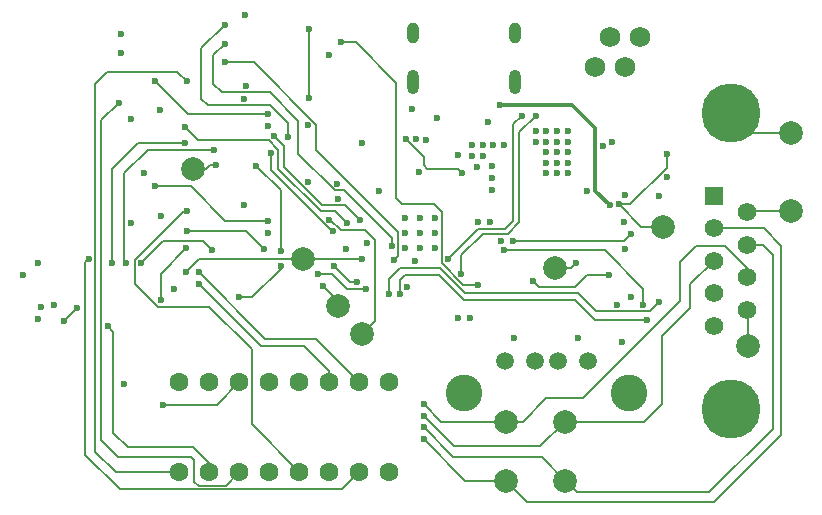
<source format=gbr>
%TF.GenerationSoftware,KiCad,Pcbnew,8.0.1*%
%TF.CreationDate,2024-03-30T20:31:03-07:00*%
%TF.ProjectId,babelfish,62616265-6c66-4697-9368-2e6b69636164,v0.3*%
%TF.SameCoordinates,Original*%
%TF.FileFunction,Copper,L4,Bot*%
%TF.FilePolarity,Positive*%
%FSLAX46Y46*%
G04 Gerber Fmt 4.6, Leading zero omitted, Abs format (unit mm)*
G04 Created by KiCad (PCBNEW 8.0.1) date 2024-03-30 20:31:03*
%MOMM*%
%LPD*%
G01*
G04 APERTURE LIST*
%TA.AperFunction,ComponentPad*%
%ADD10O,1.000000X2.100000*%
%TD*%
%TA.AperFunction,ComponentPad*%
%ADD11O,1.000000X1.800000*%
%TD*%
%TA.AperFunction,ComponentPad*%
%ADD12C,1.750000*%
%TD*%
%TA.AperFunction,ComponentPad*%
%ADD13C,1.600000*%
%TD*%
%TA.AperFunction,ComponentPad*%
%ADD14C,0.600000*%
%TD*%
%TA.AperFunction,ComponentPad*%
%ADD15C,1.500000*%
%TD*%
%TA.AperFunction,ComponentPad*%
%ADD16C,3.100000*%
%TD*%
%TA.AperFunction,ComponentPad*%
%ADD17R,1.574803X1.574803*%
%TD*%
%TA.AperFunction,ComponentPad*%
%ADD18C,1.574803*%
%TD*%
%TA.AperFunction,ComponentPad*%
%ADD19C,5.000000*%
%TD*%
%TA.AperFunction,SMDPad,CuDef*%
%ADD20C,2.000000*%
%TD*%
%TA.AperFunction,ViaPad*%
%ADD21C,0.600000*%
%TD*%
%TA.AperFunction,Conductor*%
%ADD22C,0.150000*%
%TD*%
%TA.AperFunction,Conductor*%
%ADD23C,0.300000*%
%TD*%
G04 APERTURE END LIST*
D10*
%TO.P,U3,1,SHELL*%
%TO.N,GND*%
X37625500Y10230914D03*
%TO.P,U3,2,SHELL*%
X28985419Y10230914D03*
D11*
%TO.P,U3,3,SHELL*%
X28985419Y14411000D03*
%TO.P,U3,4,SHELL*%
X37625500Y14411000D03*
%TD*%
D12*
%TO.P,J2,1,Pin_1*%
%TO.N,+3V3*%
X48210000Y14040000D03*
%TO.P,J2,2,Pin_2*%
%TO.N,/SWD*%
X46940000Y11500000D03*
%TO.P,J2,3,Pin_3*%
%TO.N,GND*%
X45670000Y14040000D03*
%TO.P,J2,4,Pin_4*%
%TO.N,/SWCLK*%
X44400000Y11500000D03*
%TD*%
D13*
%TO.P,DIP1,1,PIN1*%
%TO.N,/TX_A_SHIFTER_OUT*%
X9234601Y-22798217D03*
%TO.P,DIP1,2,PIN2*%
%TO.N,/TX_A_MAX_OUT*%
X11774606Y-22798217D03*
%TO.P,DIP1,3,PIN3*%
%TO.N,/RX_A_SHIFTER_OUT*%
X14314611Y-22798217D03*
%TO.P,DIP1,4,PIN4*%
%TO.N,/RX_A_MAX_OUT*%
X16854616Y-22798217D03*
%TO.P,DIP1,5,PIN5*%
%TO.N,/TX_B_SHIFTER_OUT*%
X19394622Y-22798217D03*
%TO.P,DIP1,6,PIN6*%
%TO.N,/TX_B_MAX_OUT*%
X21934627Y-22798217D03*
%TO.P,DIP1,7,PIN7*%
%TO.N,/RX_B_SHIFTER_OUT*%
X24474632Y-22798217D03*
%TO.P,DIP1,8,PIN8*%
%TO.N,/RX_B_MAX_OUT*%
X27014637Y-22798217D03*
%TO.P,DIP1,9,PIN9*%
%TO.N,/RX_B_CONN*%
X27014637Y-15178201D03*
%TO.P,DIP1,10,PIN10*%
X24474632Y-15178201D03*
%TO.P,DIP1,11,PIN11*%
%TO.N,/TX_B_CONN*%
X21934627Y-15178201D03*
%TO.P,DIP1,12,PIN12*%
X19394622Y-15178201D03*
%TO.P,DIP1,13,PIN13*%
%TO.N,/RX_A_CONN*%
X16854616Y-15178201D03*
%TO.P,DIP1,14,PIN14*%
X14314611Y-15178201D03*
%TO.P,DIP1,15,PIN15*%
%TO.N,/TX_A_CONN*%
X11774606Y-15178201D03*
%TO.P,DIP1,16,PIN16*%
X9234601Y-15178201D03*
%TD*%
D14*
%TO.P,U1,57,GND*%
%TO.N,GND*%
X28350500Y-1251500D03*
X28350500Y-2526500D03*
X28350500Y-3801500D03*
X29625500Y-1251500D03*
X29625500Y-2526500D03*
X29625500Y-3801500D03*
X30900500Y-1251500D03*
X30900500Y-2526500D03*
X30900500Y-3801500D03*
%TD*%
D15*
%TO.P,J4,1,VBUS*%
%TO.N,/VBUS_OUT*%
X36800000Y-13390000D03*
%TO.P,J4,2,D-*%
%TO.N,/USB2_D-*%
X39300000Y-13390000D03*
%TO.P,J4,3,D+*%
%TO.N,/USB2_D+*%
X41300000Y-13390000D03*
%TO.P,J4,4,GND*%
%TO.N,GND*%
X43800000Y-13390000D03*
D16*
%TO.P,J4,5,Shield*%
X33300000Y-16100000D03*
X47300000Y-16100000D03*
%TD*%
D17*
%TO.P,J3,1,1*%
%TO.N,GND*%
X54480137Y619812D03*
D18*
%TO.P,J3,2,2*%
%TO.N,/TX_A_CONN*%
X54480137Y-2140157D03*
%TO.P,J3,3,3*%
%TO.N,/TX_B_CONN*%
X54480137Y-4900127D03*
%TO.P,J3,4,4*%
%TO.N,/GPIO14*%
X54480137Y-7660097D03*
%TO.P,J3,5,5*%
%TO.N,/GPIO15*%
X54480137Y-10420066D03*
%TO.P,J3,6,6*%
%TO.N,/VCC_5V*%
X57320117Y-760173D03*
%TO.P,J3,7,7*%
%TO.N,/RX_A_CONN*%
X57320117Y-3520142D03*
%TO.P,J3,8,8*%
%TO.N,/RX_B_CONN*%
X57320117Y-6280112D03*
%TO.P,J3,9,9*%
%TO.N,+3V3*%
X57320117Y-9040081D03*
D19*
%TO.P,J3,10,PAD*%
%TO.N,GND*%
X55900000Y7600000D03*
%TO.P,J3,11,PAD*%
X55900000Y-17400000D03*
%TD*%
D20*
%TO.P,RBc,1,1*%
%TO.N,/RX_B_CONN*%
X36900000Y-18500000D03*
%TD*%
%TO.P,RX_A,1,1*%
%TO.N,/RX_A*%
X24700000Y-11100000D03*
%TD*%
%TO.P,5V0,1,1*%
%TO.N,/5V0*%
X41000000Y-5500000D03*
%TD*%
%TO.P,3V3,1,1*%
%TO.N,+3V3*%
X57400000Y-12100000D03*
%TD*%
%TO.P,GND,1,1*%
%TO.N,GND*%
X61000000Y5900000D03*
%TD*%
%TO.P,TX_B,1,1*%
%TO.N,/TX_B*%
X22700000Y-8700000D03*
%TD*%
%TO.P,TBc,1,1*%
%TO.N,/TX_B_CONN*%
X41900000Y-18500000D03*
%TD*%
%TO.P,RAc,1,1*%
%TO.N,/RX_A_CONN*%
X41900000Y-23500000D03*
%TD*%
%TO.P,TAc,1,1*%
%TO.N,/TX_A_CONN*%
X36900000Y-23500000D03*
%TD*%
%TO.P,TX_A,1,1*%
%TO.N,/TX_A*%
X10400000Y2900000D03*
%TD*%
%TO.P,RX_B,1,1*%
%TO.N,/RX_B*%
X19700000Y-4700000D03*
%TD*%
%TO.P,VBUS,1,1*%
%TO.N,VBUS*%
X50200000Y-2000000D03*
%TD*%
%TO.P,VCC_5V,1,1*%
%TO.N,/VCC_5V*%
X61000000Y-700000D03*
%TD*%
D21*
%TO.N,+1V1*%
X28400000Y5400000D03*
X33200000Y2500000D03*
%TO.N,GND*%
X39400000Y5200000D03*
X41200000Y5200000D03*
X8800000Y-7300000D03*
X45850000Y5150000D03*
X4550000Y-15300000D03*
X39400000Y6100000D03*
X32800000Y-9700000D03*
X6200000Y2500000D03*
X46300000Y-8600000D03*
X14800000Y15900000D03*
X20100000Y1800000D03*
X23300000Y-3900000D03*
X41200000Y2500000D03*
X36500000Y-3200000D03*
X40300000Y3400000D03*
X40300000Y2500000D03*
X47000000Y-3900000D03*
X50500000Y2200000D03*
X-2500000Y-8800000D03*
X-2700000Y-9800000D03*
X45100000Y4850000D03*
X16700000Y-2500000D03*
X47000000Y700000D03*
X40300000Y6100000D03*
X40300000Y5200000D03*
X35500000Y-1600000D03*
X37550000Y-11400000D03*
X4300000Y12700000D03*
X28500000Y-7075500D03*
X28900000Y8000000D03*
X42100000Y4300000D03*
X35400000Y6850000D03*
X42100000Y5200000D03*
X34450000Y3050000D03*
X46900000Y-1600000D03*
X32825000Y4100000D03*
X34500000Y-1600000D03*
X22600000Y1600000D03*
X40300000Y4300000D03*
X31025000Y7225000D03*
X30100000Y5375000D03*
X29300000Y5400000D03*
X7600000Y7900000D03*
X42100000Y2500000D03*
X-1420015Y-8600000D03*
X26100000Y1000000D03*
X43000000Y-11400000D03*
X41200000Y6100000D03*
X41200000Y4300000D03*
X41200000Y3400000D03*
X4300000Y14300000D03*
X24700000Y5100000D03*
X7700000Y-1100000D03*
X14900000Y9900000D03*
X46700000Y-11800000D03*
X42100000Y6100000D03*
X42100000Y3400000D03*
X16700000Y6500000D03*
%TO.N,VBUS*%
X45650000Y-150000D03*
X50519949Y4170000D03*
X36400000Y8300000D03*
X46474975Y-124975D03*
%TO.N,+3V3*%
X36700000Y4900000D03*
X34000000Y4900000D03*
X14700000Y-200000D03*
X5100000Y-1700000D03*
X33800000Y-9700000D03*
X35700000Y1100000D03*
X34900000Y4000000D03*
X34000000Y4000000D03*
X35700000Y2100000D03*
X25100000Y-3400000D03*
X34900000Y4900000D03*
X21900000Y12500000D03*
X5130000Y7146200D03*
X47500000Y-8000000D03*
X29475500Y2611000D03*
X29200000Y-4900000D03*
X22625500Y361000D03*
X-2700000Y-5100000D03*
X35800000Y4900000D03*
X-4000000Y-6100000D03*
X35700000Y3100000D03*
X14700000Y8800000D03*
X49850000Y600000D03*
X20077600Y6586000D03*
%TO.N,/~{USB_BOOT}*%
X20200000Y14700000D03*
X20200000Y8900000D03*
%TO.N,/GPIO15*%
X27900000Y-7700000D03*
X48800000Y-9900000D03*
%TO.N,/5V0*%
X16700000Y-1500000D03*
X16700000Y7500000D03*
X7200000Y1400000D03*
X42800000Y-5100000D03*
X43700000Y1000000D03*
X7200000Y10300000D03*
%TO.N,/RUN*%
X22900000Y13600000D03*
X34500000Y-6900000D03*
%TO.N,/SWD*%
X33100000Y-6000000D03*
X39400000Y7400000D03*
%TO.N,/SWCLK*%
X32000000Y-4700000D03*
X38200000Y7400000D03*
%TO.N,/GPIO14*%
X27000000Y-7700000D03*
X49800000Y-8400000D03*
%TO.N,/LED_PWR*%
X17000000Y4200000D03*
X22200000Y-2400000D03*
X18400000Y5600000D03*
X13050000Y15050000D03*
%TO.N,/LED_P_OK*%
X13050000Y13500000D03*
X27200000Y-3600000D03*
%TO.N,/LED_AUX*%
X27400000Y-4800000D03*
X13050000Y11900000D03*
%TO.N,/TX_A_CONN*%
X17800000Y-5300000D03*
X14300000Y-8000000D03*
X17800000Y-4100000D03*
X15750000Y3150000D03*
X29900000Y-20000000D03*
%TO.N,/RX_A_CONN*%
X7878768Y-17121232D03*
X29900000Y-19000000D03*
%TO.N,/RX_B_CONN*%
X10850000Y-5850000D03*
X29900000Y-17000000D03*
%TO.N,/TX_B_CONN*%
X29900000Y-18000000D03*
X10850000Y-6850000D03*
%TO.N,/STAT_5V0*%
X47500000Y-2600000D03*
X37500000Y-3200000D03*
%TO.N,/TX_A*%
X12300000Y3200000D03*
%TO.N,/RX_A*%
X21900000Y-1400000D03*
%TO.N,/TX_B*%
X21400000Y-7000000D03*
%TO.N,/RX_B*%
X24700000Y-4700000D03*
X9800000Y-5800000D03*
%TO.N,/TX_A_MAX*%
X4700000Y-5050000D03*
X12200000Y4500000D03*
%TO.N,/CH_A_S0*%
X24500000Y-1400000D03*
X17200000Y5700000D03*
%TO.N,/CH_A_S1*%
X9700000Y6400000D03*
X23400000Y-1724500D03*
%TO.N,/RX_A_MAX*%
X3550000Y-5050000D03*
X9700000Y5100000D03*
%TO.N,/CH_B_S0*%
X24300000Y-6700000D03*
X22300000Y-5300000D03*
%TO.N,/CH_B_S1*%
X25000000Y-7300000D03*
X9900000Y-2400000D03*
X21000077Y-5972935D03*
X16400000Y-3900000D03*
%TO.N,/TX_B_MAX*%
X6000000Y-5050000D03*
X12000000Y-4000000D03*
%TO.N,/USB2_FLG*%
X36750000Y-4000000D03*
X48500000Y-8600000D03*
%TO.N,/USB2_EN*%
X45600000Y-6100000D03*
X39200000Y-6600000D03*
%TO.N,/RX_B_MAX*%
X7650000Y-8250000D03*
X9800000Y-3850000D03*
%TO.N,/TX_A_SHIFTER_OUT*%
X9850000Y10300000D03*
%TO.N,/TX_A_MAX_OUT*%
X3200000Y-10450000D03*
%TO.N,/RX_A_SHIFTER_OUT*%
X4100000Y8500000D03*
%TO.N,/RX_A_MAX_OUT*%
X550000Y-8900000D03*
X-500000Y-9950000D03*
%TO.N,/TX_B_SHIFTER_OUT*%
X9850000Y-650000D03*
%TO.N,/RX_B_SHIFTER_OUT*%
X1575500Y-4700000D03*
%TD*%
D22*
%TO.N,+1V1*%
X33200000Y2500000D02*
X32800000Y2900000D01*
X32800000Y2900000D02*
X30200000Y2900000D01*
X29900000Y3900000D02*
X28400000Y5400000D01*
X30200000Y2900000D02*
X29900000Y3200000D01*
X29900000Y3200000D02*
X29900000Y3900000D01*
%TO.N,/RUN*%
X22900000Y13600000D02*
X24200000Y13600000D01*
X24200000Y13600000D02*
X27600000Y10200000D01*
X33257537Y-6900000D02*
X34500000Y-6900000D01*
X28100000Y-100000D02*
X30775000Y-100000D01*
X27600000Y10200000D02*
X27600000Y400000D01*
X27600000Y400000D02*
X28100000Y-100000D01*
X30775000Y-100000D02*
X31475000Y-800000D01*
X31475000Y-800000D02*
X31475000Y-5117463D01*
X31475000Y-5117463D02*
X33257537Y-6900000D01*
%TO.N,GND*%
X57600000Y5900000D02*
X55900000Y7600000D01*
X61000000Y5900000D02*
X57600000Y5900000D01*
D23*
%TO.N,VBUS*%
X36400000Y8300000D02*
X42500000Y8300000D01*
D22*
X50519949Y4170000D02*
X50519949Y2980051D01*
D23*
X44450000Y6350000D02*
X44450000Y1050000D01*
D22*
X47414923Y-124975D02*
X46474975Y-124975D01*
X50200000Y-2000000D02*
X48350000Y-2000000D01*
D23*
X44450000Y1050000D02*
X45650000Y-150000D01*
D22*
X50519949Y2980051D02*
X47414923Y-124975D01*
D23*
X42500000Y8300000D02*
X44450000Y6350000D01*
D22*
X48350000Y-2000000D02*
X46474975Y-124975D01*
%TO.N,+3V3*%
X57400000Y-12100000D02*
X57400000Y-9119964D01*
X57400000Y-9119964D02*
X57320117Y-9040081D01*
%TO.N,/~{USB_BOOT}*%
X20200000Y14700000D02*
X20200000Y8900000D01*
%TO.N,/GPIO15*%
X28300000Y-6100000D02*
X27900000Y-6500000D01*
X48800000Y-9900000D02*
X44400000Y-9900000D01*
X42700000Y-8200000D02*
X33300000Y-8200000D01*
X33300000Y-8200000D02*
X31200000Y-6100000D01*
X44400000Y-9900000D02*
X42700000Y-8200000D01*
X27900000Y-6500000D02*
X27900000Y-7700000D01*
X31200000Y-6100000D02*
X28300000Y-6100000D01*
%TO.N,/5V0*%
X42400000Y-5500000D02*
X42800000Y-5100000D01*
X10200000Y1400000D02*
X7200000Y1400000D01*
X10000000Y7500000D02*
X7200000Y10300000D01*
X16700000Y7500000D02*
X10000000Y7500000D01*
X41000000Y-5500000D02*
X42400000Y-5500000D01*
X16700000Y-1500000D02*
X13100000Y-1500000D01*
X13100000Y-1500000D02*
X10200000Y1400000D01*
%TO.N,/VCC_5V*%
X57380290Y-700000D02*
X61000000Y-700000D01*
X57320117Y-760173D02*
X57380290Y-700000D01*
%TO.N,/SWD*%
X39400000Y7400000D02*
X38000000Y6000000D01*
X33100000Y-4400000D02*
X33100000Y-6000000D01*
X34900000Y-2600000D02*
X33100000Y-4400000D01*
X38000000Y6000000D02*
X38000000Y-1624264D01*
X38000000Y-1624264D02*
X37024264Y-2600000D01*
X37024264Y-2600000D02*
X34900000Y-2600000D01*
%TO.N,/SWCLK*%
X37500000Y6700000D02*
X37500000Y-1500000D01*
X36800000Y-2200000D02*
X34500000Y-2200000D01*
X34500000Y-2200000D02*
X32000000Y-4700000D01*
X37500000Y-1500000D02*
X36800000Y-2200000D01*
X38200000Y7400000D02*
X37500000Y6700000D01*
%TO.N,/GPIO14*%
X33400000Y-7600000D02*
X43000000Y-7600000D01*
X27900000Y-5500000D02*
X31300000Y-5500000D01*
X49075000Y-9125000D02*
X49800000Y-8400000D01*
X31300000Y-5500000D02*
X33400000Y-7600000D01*
X43000000Y-7600000D02*
X44525000Y-9125000D01*
X27000000Y-6400000D02*
X27900000Y-5500000D01*
X44525000Y-9125000D02*
X49075000Y-9125000D01*
X27000000Y-7700000D02*
X27000000Y-6400000D01*
%TO.N,/LED_PWR*%
X18400000Y5600000D02*
X18400000Y6800000D01*
X17000000Y2757537D02*
X17000000Y4200000D01*
X11100000Y8800000D02*
X11100000Y13100000D01*
X22200000Y-2400000D02*
X22157537Y-2400000D01*
X22157537Y-2400000D02*
X17000000Y2757537D01*
X16875000Y8275000D02*
X11625000Y8275000D01*
X11100000Y13100000D02*
X13050000Y15050000D01*
X16900000Y8300000D02*
X16875000Y8275000D01*
X18400000Y6800000D02*
X16900000Y8300000D01*
X11625000Y8275000D02*
X11100000Y8800000D01*
%TO.N,/LED_P_OK*%
X19300000Y4157537D02*
X19300000Y6962132D01*
X27200000Y-3600000D02*
X27200000Y-3000000D01*
X23125000Y1075000D02*
X22382537Y1075000D01*
X12100000Y12550000D02*
X13050000Y13500000D01*
X12825000Y9375000D02*
X12100000Y10100000D01*
X27200000Y-3000000D02*
X23125000Y1075000D01*
X16887132Y9375000D02*
X12825000Y9375000D01*
X22382537Y1075000D02*
X19300000Y4157537D01*
X12100000Y10100000D02*
X12100000Y12550000D01*
X19300000Y6962132D02*
X16887132Y9375000D01*
%TO.N,/LED_AUX*%
X27725000Y-2425000D02*
X20800000Y4500000D01*
X15506063Y11900000D02*
X13050000Y11900000D01*
X20800000Y4500000D02*
X20800000Y6606063D01*
X27725000Y-4475000D02*
X27725000Y-2425000D01*
X20800000Y6606063D02*
X15506063Y11900000D01*
X27400000Y-4800000D02*
X27725000Y-4475000D01*
%TO.N,/TX_A_CONN*%
X15400000Y-8000000D02*
X17800000Y-5600000D01*
X60200000Y-3600000D02*
X58740157Y-2140157D01*
X36900000Y-23500000D02*
X38700000Y-25300000D01*
X29900000Y-20000000D02*
X33400000Y-23500000D01*
X17800000Y1100000D02*
X15750000Y3150000D01*
X38700000Y-25300000D02*
X54500000Y-25300000D01*
X54500000Y-25300000D02*
X60200000Y-19600000D01*
X17800000Y-5600000D02*
X17800000Y-5300000D01*
X58740157Y-2140157D02*
X54480137Y-2140157D01*
X14300000Y-8000000D02*
X15400000Y-8000000D01*
X33400000Y-23500000D02*
X36900000Y-23500000D01*
X60200000Y-19600000D02*
X60200000Y-3600000D01*
X17800000Y-4100000D02*
X17800000Y1100000D01*
%TO.N,/RX_A_CONN*%
X39900000Y-21500000D02*
X41900000Y-23500000D01*
X57320117Y-3520142D02*
X58620142Y-3520142D01*
X29900000Y-19000000D02*
X32400000Y-21500000D01*
X54100000Y-24500000D02*
X42900000Y-24500000D01*
X12392812Y-17100000D02*
X14314611Y-15178201D01*
X32400000Y-21500000D02*
X39900000Y-21500000D01*
X7900000Y-17100000D02*
X12392812Y-17100000D01*
X59500000Y-19100000D02*
X54100000Y-24500000D01*
X7878768Y-17121232D02*
X7900000Y-17100000D01*
X58620142Y-3520142D02*
X59500000Y-4400000D01*
X59500000Y-4400000D02*
X59500000Y-19100000D01*
X42900000Y-24500000D02*
X41900000Y-23500000D01*
%TO.N,/RX_B_CONN*%
X31400000Y-18500000D02*
X36900000Y-18500000D01*
X57320117Y-5520117D02*
X57320117Y-6280112D01*
X36900000Y-18500000D02*
X38300000Y-18500000D01*
X51600000Y-5000000D02*
X53000000Y-3600000D01*
X10850000Y-5850000D02*
X16500000Y-11500000D01*
X53000000Y-3600000D02*
X55400000Y-3600000D01*
X51600000Y-8300000D02*
X51600000Y-5000000D01*
X40300000Y-16500000D02*
X43400000Y-16500000D01*
X55400000Y-3600000D02*
X57320117Y-5520117D01*
X43400000Y-16500000D02*
X51600000Y-8300000D01*
X29900000Y-17000000D02*
X31400000Y-18500000D01*
X16500000Y-11500000D02*
X20796431Y-11500000D01*
X38300000Y-18500000D02*
X40300000Y-16500000D01*
X20796431Y-11500000D02*
X24474632Y-15178201D01*
%TO.N,/TX_B_CONN*%
X19800000Y-12100000D02*
X21934627Y-14234627D01*
X32500000Y-20600000D02*
X39800000Y-20600000D01*
X48600000Y-18500000D02*
X41900000Y-18500000D01*
X54480137Y-4900127D02*
X52500000Y-6880264D01*
X52500000Y-8900000D02*
X50100000Y-11300000D01*
X39800000Y-20600000D02*
X41900000Y-18500000D01*
X29900000Y-18000000D02*
X32500000Y-20600000D01*
X21934627Y-14234627D02*
X21934627Y-15178201D01*
X50100000Y-11300000D02*
X50100000Y-17000000D01*
X52500000Y-6880264D02*
X52500000Y-8900000D01*
X16100000Y-12100000D02*
X19800000Y-12100000D01*
X50100000Y-17000000D02*
X48600000Y-18500000D01*
X10850000Y-6850000D02*
X16100000Y-12100000D01*
%TO.N,/STAT_5V0*%
X47500000Y-2600000D02*
X46900000Y-3200000D01*
X46900000Y-3200000D02*
X37500000Y-3200000D01*
%TO.N,/TX_A*%
X11800000Y3200000D02*
X11500000Y2900000D01*
X12300000Y3200000D02*
X11800000Y3200000D01*
X11500000Y2900000D02*
X10400000Y2900000D01*
%TO.N,/RX_A*%
X25800000Y-3150000D02*
X25800000Y-10000000D01*
X25800000Y-10000000D02*
X24700000Y-11100000D01*
X21900000Y-1400000D02*
X21950000Y-1400000D01*
X24975000Y-2325000D02*
X25800000Y-3150000D01*
X21950000Y-1400000D02*
X22875000Y-2325000D01*
X22875000Y-2325000D02*
X24975000Y-2325000D01*
%TO.N,/TX_B*%
X22700000Y-8300000D02*
X22700000Y-8700000D01*
X21400000Y-7000000D02*
X22700000Y-8300000D01*
%TO.N,/RX_B*%
X10900000Y-4700000D02*
X9800000Y-5800000D01*
X24700000Y-4700000D02*
X10900000Y-4700000D01*
%TO.N,/TX_A_MAX*%
X6550000Y4500000D02*
X4575000Y2525000D01*
X4575000Y2525000D02*
X4575000Y-4925000D01*
X12200000Y4500000D02*
X6550000Y4500000D01*
X4575000Y-4925000D02*
X4700000Y-5050000D01*
%TO.N,/CH_A_S0*%
X18100000Y3057537D02*
X18100000Y4800000D01*
X18100000Y4800000D02*
X17200000Y5700000D01*
X23264000Y-164000D02*
X21321537Y-164000D01*
X24500000Y-1400000D02*
X23264000Y-164000D01*
X21321537Y-164000D02*
X18100000Y3057537D01*
%TO.N,/CH_A_S1*%
X16800000Y5300000D02*
X10800000Y5300000D01*
X17600000Y2900000D02*
X17600000Y4500000D01*
X10800000Y5300000D02*
X9700000Y6400000D01*
X23400000Y-1724500D02*
X22375500Y-700000D01*
X21200000Y-700000D02*
X17600000Y2900000D01*
X22375500Y-700000D02*
X21200000Y-700000D01*
X17600000Y4500000D02*
X16800000Y5300000D01*
%TO.N,/RX_A_MAX*%
X5750000Y5100000D02*
X9700000Y5100000D01*
X3550000Y2900000D02*
X5750000Y5100000D01*
X3550000Y-5050000D02*
X3550000Y2900000D01*
%TO.N,/CH_B_S0*%
X22300000Y-5300000D02*
X23700000Y-6700000D01*
X23700000Y-6700000D02*
X24300000Y-6700000D01*
%TO.N,/CH_B_S1*%
X23442463Y-7300000D02*
X25000000Y-7300000D01*
X14900000Y-2400000D02*
X16400000Y-3900000D01*
X9900000Y-2400000D02*
X14900000Y-2400000D01*
X21000077Y-5972935D02*
X22115398Y-5972935D01*
X22115398Y-5972935D02*
X23442463Y-7300000D01*
%TO.N,/TX_B_MAX*%
X6000000Y-5050000D02*
X7850000Y-3200000D01*
X11200000Y-3200000D02*
X12000000Y-4000000D01*
X7850000Y-3200000D02*
X11200000Y-3200000D01*
%TO.N,/USB2_FLG*%
X48500000Y-7257537D02*
X45242463Y-4000000D01*
X45242463Y-4000000D02*
X36750000Y-4000000D01*
X48500000Y-8600000D02*
X48500000Y-7257537D01*
%TO.N,/USB2_EN*%
X39700000Y-7100000D02*
X39200000Y-6600000D01*
X45600000Y-6100000D02*
X43700000Y-6100000D01*
X43700000Y-6100000D02*
X42700000Y-7100000D01*
X42700000Y-7100000D02*
X39700000Y-7100000D01*
%TO.N,/RX_B_MAX*%
X7650000Y-6000000D02*
X7650000Y-8250000D01*
X9800000Y-3850000D02*
X7650000Y-6000000D01*
%TO.N,/TX_A_SHIFTER_OUT*%
X2100000Y10100000D02*
X3100000Y11100000D01*
X9234601Y-22798217D02*
X3848217Y-22798217D01*
X2100000Y-21050000D02*
X2100000Y10100000D01*
X9050000Y11100000D02*
X9850000Y10300000D01*
X3100000Y11100000D02*
X9050000Y11100000D01*
X3848217Y-22798217D02*
X2100000Y-21050000D01*
%TO.N,/TX_A_MAX_OUT*%
X3650000Y-19450000D02*
X4850000Y-20650000D01*
X10400000Y-20650000D02*
X11774606Y-22024606D01*
X4850000Y-20650000D02*
X10400000Y-20650000D01*
X3200000Y-10450000D02*
X3650000Y-10900000D01*
X3650000Y-10900000D02*
X3650000Y-19450000D01*
X11774606Y-22024606D02*
X11774606Y-22798217D01*
%TO.N,/RX_A_SHIFTER_OUT*%
X2600000Y7000000D02*
X2600000Y-20050000D01*
X10850000Y-23950000D02*
X13162828Y-23950000D01*
X10200000Y-21500000D02*
X10500000Y-21800000D01*
X10500000Y-23600000D02*
X10850000Y-23950000D01*
X4100000Y8500000D02*
X2600000Y7000000D01*
X4050000Y-21500000D02*
X10200000Y-21500000D01*
X10500000Y-21800000D02*
X10500000Y-23600000D01*
X2600000Y-20050000D02*
X4050000Y-21500000D01*
X13162828Y-23950000D02*
X14314611Y-22798217D01*
%TO.N,/RX_A_MAX_OUT*%
X550000Y-8900000D02*
X-500000Y-9950000D01*
%TO.N,/TX_B_SHIFTER_OUT*%
X5475000Y-4832537D02*
X5475000Y-6817463D01*
X5475000Y-6817463D02*
X7432537Y-8775000D01*
X15339611Y-18743206D02*
X19394622Y-22798217D01*
X15339611Y-12389611D02*
X15339611Y-18743206D01*
X7432537Y-8775000D02*
X11725000Y-8775000D01*
X9657537Y-650000D02*
X5475000Y-4832537D01*
X9850000Y-650000D02*
X9657537Y-650000D01*
X11725000Y-8775000D02*
X15339611Y-12389611D01*
%TO.N,/RX_B_SHIFTER_OUT*%
X4177519Y-24250000D02*
X23022849Y-24250000D01*
X23022849Y-24250000D02*
X24474632Y-22798217D01*
X1250000Y-21322481D02*
X4177519Y-24250000D01*
X1575500Y-4700000D02*
X1250000Y-5025500D01*
X1250000Y-5025500D02*
X1250000Y-21322481D01*
%TD*%
M02*

</source>
